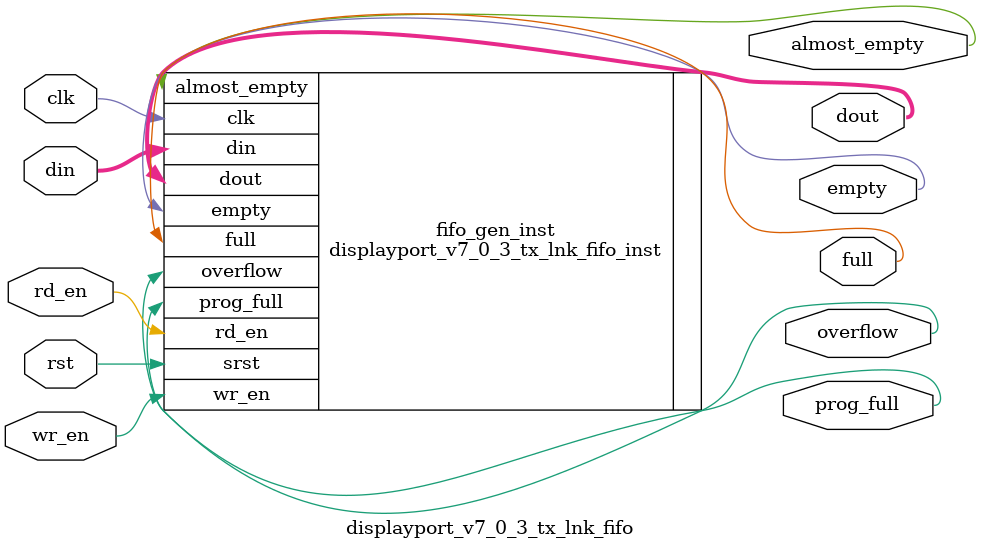
<source format=v>

`timescale 1ns/1ps

module displayport_v7_0_3_tx_lnk_fifo 
#(
  parameter C_DIN_WIDTH  = 48,
  parameter C_DOUT_WIDTH = 48,
  parameter C_FAMILY = "spartan6"
 )
    (
   input clk, 
   input rst,
   input [C_DIN_WIDTH-1:0] din,   	
   output [C_DOUT_WIDTH-1:0] dout,
   input wr_en, 
   input rd_en,
   output full,
   output overflow,
   output empty, 
   output almost_empty, 	
   output prog_full 	
	);

displayport_v7_0_3_tx_lnk_fifo_inst fifo_gen_inst (
.srst         (rst              ),
.clk          (clk              ),
.din          (din              ),
.wr_en        (wr_en            ),
.rd_en        (rd_en            ),
.dout         (dout             ),
.full         (full             ),
.empty        (empty            ),
.almost_empty (almost_empty     ),
.overflow     (overflow         ),
.prog_full    (prog_full        )
);

endmodule

</source>
